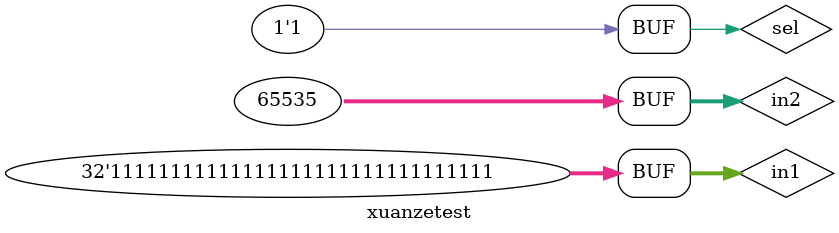
<source format=v>
`timescale 1ns / 1ps


module xuanzetest;

	// Inputs
	reg [31:0] in1;
	reg [31:0] in2;
	reg sel;

	// Outputs
	wire [31:0] out_data;

	// Instantiate the Unit Under Test (UUT)
	xuanze uut (
		.out_data(out_data), 
		.in1(in1), 
		.in2(in2), 
		.sel(sel)
	);

	initial begin
		// Initialize Inputs
		in1 = 0;
		in2 = 0;
		sel = 0;

		// Wait 100 ns for global reset to finish
		#100;in1=32'hFFFFFFFF;in2=32'h00000000;sel=0;
		#100;in1=32'hFFFF0000;in2=32'h00000000;sel=0;
      #100;in1=32'hFFFFFFFF;in2=32'h00000000;sel=1;
		#100;in1=32'hFFFFFFFF;in2=32'h0000FFFF;sel=1;
		// Add stimulus here

	end
      
endmodule


</source>
